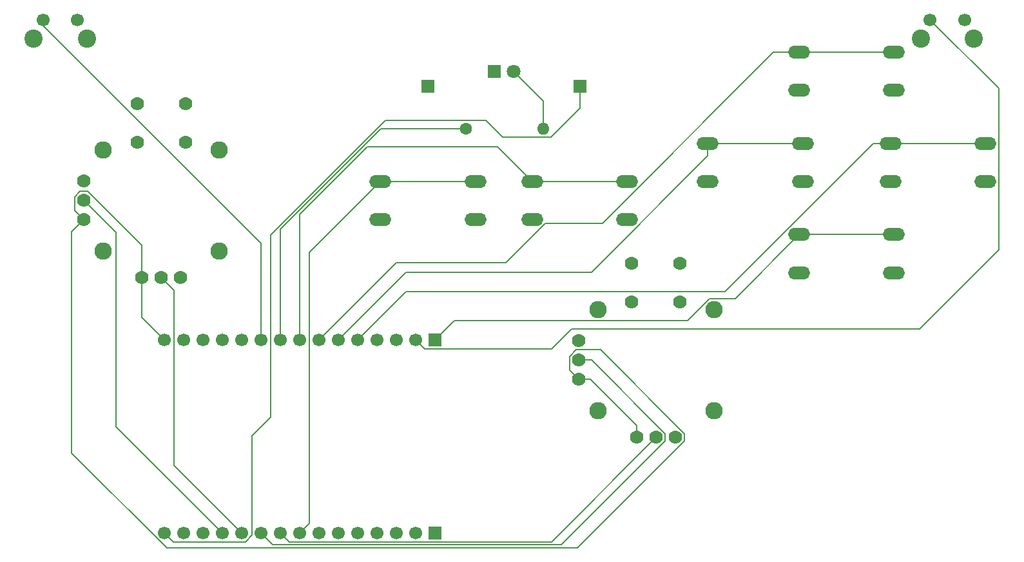
<source format=gtl>
%TF.GenerationSoftware,KiCad,Pcbnew,9.0.1*%
%TF.CreationDate,2025-05-27T01:22:21+01:00*%
%TF.ProjectId,Controller,436f6e74-726f-46c6-9c65-722e6b696361,rev?*%
%TF.SameCoordinates,Original*%
%TF.FileFunction,Copper,L1,Top*%
%TF.FilePolarity,Positive*%
%FSLAX46Y46*%
G04 Gerber Fmt 4.6, Leading zero omitted, Abs format (unit mm)*
G04 Created by KiCad (PCBNEW 9.0.1) date 2025-05-27 01:22:21*
%MOMM*%
%LPD*%
G01*
G04 APERTURE LIST*
%TA.AperFunction,ComponentPad*%
%ADD10O,2.900000X1.700000*%
%TD*%
%TA.AperFunction,ComponentPad*%
%ADD11R,1.700000X1.700000*%
%TD*%
%TA.AperFunction,ComponentPad*%
%ADD12C,1.700000*%
%TD*%
%TA.AperFunction,ComponentPad*%
%ADD13C,2.400000*%
%TD*%
%TA.AperFunction,ComponentPad*%
%ADD14C,1.778000*%
%TD*%
%TA.AperFunction,ComponentPad*%
%ADD15C,2.286000*%
%TD*%
%TA.AperFunction,ComponentPad*%
%ADD16R,1.800000X1.800000*%
%TD*%
%TA.AperFunction,ComponentPad*%
%ADD17C,1.800000*%
%TD*%
%TA.AperFunction,ComponentPad*%
%ADD18C,1.600000*%
%TD*%
%TA.AperFunction,ComponentPad*%
%ADD19O,1.600000X1.600000*%
%TD*%
%TA.AperFunction,Conductor*%
%ADD20C,0.200000*%
%TD*%
G04 APERTURE END LIST*
D10*
%TO.P,SW8,1,1*%
%TO.N,/D25*%
X152829452Y-65520108D03*
X165329452Y-65520108D03*
%TO.P,SW8,2,2*%
%TO.N,/GND*%
X152829452Y-70520108D03*
X165329452Y-70520108D03*
%TD*%
D11*
%TO.P,J5,1,Pin_1*%
%TO.N,/D23*%
X160020000Y-86360000D03*
D12*
%TO.P,J5,2,Pin_2*%
%TO.N,/D22*%
X157480000Y-86360000D03*
%TO.P,J5,3,Pin_3*%
%TO.N,/TX0*%
X154940000Y-86360000D03*
%TO.P,J5,4,Pin_4*%
%TO.N,/RX0*%
X152400000Y-86360000D03*
%TO.P,J5,5,Pin_5*%
%TO.N,/D21*%
X149860000Y-86360000D03*
%TO.P,J5,6,Pin_6*%
%TO.N,/D19*%
X147320000Y-86360000D03*
%TO.P,J5,7,Pin_7*%
%TO.N,/D18*%
X144780000Y-86360000D03*
%TO.P,J5,8,Pin_8*%
%TO.N,/D5*%
X142240000Y-86360000D03*
%TO.P,J5,9,Pin_9*%
%TO.N,/D17*%
X139700000Y-86360000D03*
%TO.P,J5,10,Pin_10*%
%TO.N,/D16*%
X137160000Y-86360000D03*
%TO.P,J5,11,Pin_11*%
%TO.N,/D4*%
X134620000Y-86360000D03*
%TO.P,J5,12,Pin_12*%
%TO.N,/D2*%
X132080000Y-86360000D03*
%TO.P,J5,13,Pin_13*%
%TO.N,/D15*%
X129540000Y-86360000D03*
%TO.P,J5,14,Pin_14*%
%TO.N,/GND*%
X127000000Y-86360000D03*
%TO.P,J5,15,Pin_15*%
%TO.N,/3V3*%
X124460000Y-86360000D03*
%TD*%
D11*
%TO.P,J2,1,Pin_1*%
%TO.N,/EN*%
X160020000Y-111760000D03*
D12*
%TO.P,J2,2,Pin_2*%
%TO.N,/VP*%
X157480000Y-111760000D03*
%TO.P,J2,3,Pin_3*%
%TO.N,/VN*%
X154940000Y-111760000D03*
%TO.P,J2,4,Pin_4*%
%TO.N,/D34*%
X152400000Y-111760000D03*
%TO.P,J2,5,Pin_5*%
%TO.N,/D35*%
X149860000Y-111760000D03*
%TO.P,J2,6,Pin_6*%
%TO.N,/D32*%
X147320000Y-111760000D03*
%TO.P,J2,7,Pin_7*%
%TO.N,/D33*%
X144780000Y-111760000D03*
%TO.P,J2,8,Pin_8*%
%TO.N,/D25*%
X142240000Y-111760000D03*
%TO.P,J2,9,Pin_9*%
%TO.N,/D26*%
X139700000Y-111760000D03*
%TO.P,J2,10,Pin_10*%
%TO.N,/D27*%
X137160000Y-111760000D03*
%TO.P,J2,11,Pin_11*%
%TO.N,/D14*%
X134620000Y-111760000D03*
%TO.P,J2,12,Pin_12*%
%TO.N,/D12*%
X132080000Y-111760000D03*
%TO.P,J2,13,Pin_13*%
%TO.N,/D13*%
X129540000Y-111760000D03*
%TO.P,J2,14,Pin_14*%
%TO.N,/GND*%
X127000000Y-111760000D03*
%TO.P,J2,15,Pin_15*%
%TO.N,/VIN*%
X124460000Y-111760000D03*
%TD*%
D13*
%TO.P,SW5,*%
%TO.N,*%
X223829999Y-46755000D03*
X230829999Y-46755000D03*
D12*
%TO.P,SW5,1,1*%
%TO.N,/D22*%
X225079999Y-44255000D03*
%TO.P,SW5,2,2*%
%TO.N,/GND*%
X229579999Y-44255000D03*
%TD*%
D10*
%TO.P,SW3,1,1*%
%TO.N,/D23*%
X207844180Y-72520108D03*
X220344180Y-72520108D03*
%TO.P,SW3,2,2*%
%TO.N,/GND*%
X207844180Y-77520108D03*
X220344180Y-77520108D03*
%TD*%
%TO.P,SW4,1,1*%
%TO.N,/D19*%
X195844180Y-60520108D03*
X208344180Y-60520108D03*
%TO.P,SW4,2,2*%
%TO.N,/GND*%
X195844180Y-65520108D03*
X208344180Y-65520108D03*
%TD*%
D14*
%TO.P,RV2,1,1*%
%TO.N,/GND*%
X178895452Y-86480108D03*
%TO.P,RV2,2,2*%
%TO.N,/D27*%
X178895452Y-89020108D03*
%TO.P,RV2,3,3*%
%TO.N,/3V3*%
X178895452Y-91560108D03*
%TO.P,RV2,4,4*%
X186515452Y-99180108D03*
%TO.P,RV2,5,5*%
%TO.N,/D26*%
X189055452Y-99180108D03*
%TO.P,RV2,6,6*%
%TO.N,/GND*%
X191595452Y-99180108D03*
%TO.P,RV2,B1A*%
%TO.N,N/C*%
X185880452Y-76320108D03*
%TO.P,RV2,B1B*%
X192230452Y-76320108D03*
%TO.P,RV2,B2A*%
X185880452Y-81400108D03*
%TO.P,RV2,B2B*%
X192230452Y-81400108D03*
D15*
%TO.P,RV2,MOUN*%
X181435452Y-82352608D03*
X181435452Y-95687608D03*
X196675452Y-82352608D03*
X196675452Y-95687608D03*
%TD*%
D13*
%TO.P,SW6,*%
%TO.N,*%
X107275452Y-46755000D03*
X114275452Y-46755000D03*
D12*
%TO.P,SW6,1,1*%
%TO.N,/D16*%
X108525452Y-44255000D03*
%TO.P,SW6,2,2*%
%TO.N,/GND*%
X113025452Y-44255000D03*
%TD*%
D11*
%TO.P,J3,1,Pin_1*%
%TO.N,/VIN*%
X179055452Y-53020108D03*
%TD*%
D14*
%TO.P,RV1,1,1*%
%TO.N,/GND*%
X113895452Y-65480108D03*
%TO.P,RV1,2,2*%
%TO.N,/D12*%
X113895452Y-68020108D03*
%TO.P,RV1,3,3*%
%TO.N,/3V3*%
X113895452Y-70560108D03*
%TO.P,RV1,4,4*%
X121515452Y-78180108D03*
%TO.P,RV1,5,5*%
%TO.N,/D14*%
X124055452Y-78180108D03*
%TO.P,RV1,6,6*%
%TO.N,/GND*%
X126595452Y-78180108D03*
%TO.P,RV1,B1A*%
%TO.N,N/C*%
X120880452Y-55320108D03*
%TO.P,RV1,B1B*%
X127230452Y-55320108D03*
%TO.P,RV1,B2A*%
X120880452Y-60400108D03*
%TO.P,RV1,B2B*%
X127230452Y-60400108D03*
D15*
%TO.P,RV1,MOUN*%
X116435452Y-61352608D03*
X116435452Y-74687608D03*
X131675452Y-61352608D03*
X131675452Y-74687608D03*
%TD*%
D16*
%TO.P,D1,1,K*%
%TO.N,/GND*%
X167805729Y-51087338D03*
D17*
%TO.P,D1,2,A*%
%TO.N,Net-(D1-A)*%
X170345729Y-51087338D03*
%TD*%
D10*
%TO.P,SW2,1,1*%
%TO.N,/D21*%
X219844180Y-60520108D03*
X232344180Y-60520108D03*
%TO.P,SW2,2,2*%
%TO.N,/GND*%
X219844180Y-65520108D03*
X232344180Y-65520108D03*
%TD*%
D18*
%TO.P,R1,1*%
%TO.N,/D17*%
X164055729Y-58587338D03*
D19*
%TO.P,R1,2*%
%TO.N,Net-(D1-A)*%
X174215729Y-58587338D03*
%TD*%
D10*
%TO.P,SW7,1,1*%
%TO.N,/D5*%
X172781452Y-65520108D03*
X185281452Y-65520108D03*
%TO.P,SW7,2,2*%
%TO.N,/GND*%
X172781452Y-70520108D03*
X185281452Y-70520108D03*
%TD*%
D11*
%TO.P,J1,1,Pin_1*%
%TO.N,/GND*%
X159055452Y-53020108D03*
%TD*%
D10*
%TO.P,SW1,1,1*%
%TO.N,/D18*%
X207844180Y-48520108D03*
X220344180Y-48520108D03*
%TO.P,SW1,2,2*%
%TO.N,/GND*%
X207844180Y-53520108D03*
X220344180Y-53520108D03*
%TD*%
D20*
%TO.N,Net-(D1-A)*%
X174215729Y-58587338D02*
X174215729Y-54957338D01*
X174215729Y-54957338D02*
X170345729Y-51087338D01*
%TO.N,/D22*%
X178000892Y-84889108D02*
X223720892Y-84889108D01*
X158631000Y-87511000D02*
X175379000Y-87511000D01*
X175379000Y-87511000D02*
X178000892Y-84889108D01*
X234095180Y-74514820D02*
X234095180Y-53270181D01*
X223720892Y-84889108D02*
X234095180Y-74514820D01*
X234095180Y-53270181D02*
X225079999Y-44255000D01*
X157480000Y-86360000D02*
X158631000Y-87511000D01*
%TO.N,/3V3*%
X121515452Y-78180108D02*
X121515452Y-83415452D01*
X192785452Y-99673023D02*
X178745475Y-113713000D01*
X121515452Y-78180108D02*
X121515452Y-73957193D01*
X178895452Y-91560108D02*
X177705452Y-90370108D01*
X181768367Y-87670108D02*
X192785452Y-98687193D01*
X112304452Y-72151108D02*
X113895452Y-70560108D01*
X124785240Y-113713000D02*
X112304452Y-101232212D01*
X178895452Y-91560108D02*
X180460108Y-91560108D01*
X178562537Y-87670108D02*
X181768367Y-87670108D01*
X121515452Y-73957193D02*
X114388367Y-66830108D01*
X178745475Y-113713000D02*
X124785240Y-113713000D01*
X186515452Y-97615452D02*
X186515452Y-99180108D01*
X177705452Y-88527193D02*
X178562537Y-87670108D01*
X113402537Y-66830108D02*
X112705452Y-67527193D01*
X112705452Y-69370108D02*
X113895452Y-70560108D01*
X121515452Y-83415452D02*
X124460000Y-86360000D01*
X177705452Y-90370108D02*
X177705452Y-88527193D01*
X112304452Y-101232212D02*
X112304452Y-72151108D01*
X112705452Y-67527193D02*
X112705452Y-69370108D01*
X114388367Y-66830108D02*
X113402537Y-66830108D01*
X180460108Y-91560108D02*
X186515452Y-97615452D01*
X192785452Y-98687193D02*
X192785452Y-99673023D01*
%TO.N,/D21*%
X219844180Y-60520108D02*
X217616420Y-60520108D01*
X156202924Y-80017076D02*
X149860000Y-86360000D01*
X219844180Y-60520108D02*
X232344180Y-60520108D01*
X198119452Y-80017076D02*
X156202924Y-80017076D01*
X217616420Y-60520108D02*
X198119452Y-80017076D01*
%TO.N,/D18*%
X154940000Y-76200000D02*
X144780000Y-86360000D01*
X169329320Y-76200000D02*
X154940000Y-76200000D01*
X207844180Y-48520108D02*
X204509212Y-48520108D01*
X207844180Y-48520108D02*
X220344180Y-48520108D01*
X204509212Y-48520108D02*
X182032452Y-70996868D01*
X174532452Y-70996868D02*
X169329320Y-76200000D01*
X182032452Y-70996868D02*
X174532452Y-70996868D01*
%TO.N,/D16*%
X137160000Y-73660000D02*
X137160000Y-86360000D01*
X108555452Y-45055452D02*
X137160000Y-73660000D01*
X108555452Y-44255000D02*
X108555452Y-45055452D01*
%TO.N,/D5*%
X168221344Y-60960000D02*
X151130000Y-60960000D01*
X172781452Y-65520108D02*
X168221344Y-60960000D01*
X151130000Y-60960000D02*
X142240000Y-69850000D01*
X142240000Y-69850000D02*
X142240000Y-86360000D01*
X172781452Y-65520108D02*
X185281452Y-65520108D01*
%TO.N,/D23*%
X207844180Y-72520108D02*
X220344180Y-72520108D01*
X160020000Y-86360000D02*
X162583392Y-83796608D01*
X196077327Y-80908608D02*
X199455680Y-80908608D01*
X193189327Y-83796608D02*
X196077327Y-80908608D01*
X199455680Y-80908608D02*
X207844180Y-72520108D01*
X162583392Y-83796608D02*
X193189327Y-83796608D01*
%TO.N,/D19*%
X195844180Y-60520108D02*
X208344180Y-60520108D01*
X195844180Y-62185140D02*
X180559320Y-77470000D01*
X156210000Y-77470000D02*
X147320000Y-86360000D01*
X195844180Y-60520108D02*
X195844180Y-62185140D01*
X180559320Y-77470000D02*
X156210000Y-77470000D01*
%TO.N,/D17*%
X139700000Y-71822900D02*
X139700000Y-86360000D01*
X164055729Y-58587338D02*
X152935562Y-58587338D01*
X152935562Y-58587338D02*
X139700000Y-71822900D01*
%TO.N,/D14*%
X124055452Y-78180108D02*
X125730000Y-79854656D01*
X125730000Y-79854656D02*
X125730000Y-102870000D01*
X125730000Y-102870000D02*
X134620000Y-111760000D01*
%TO.N,/D26*%
X175324560Y-112911000D02*
X140851000Y-112911000D01*
X189055452Y-99180108D02*
X175324560Y-112911000D01*
X140851000Y-112911000D02*
X139700000Y-111760000D01*
%TO.N,/D12*%
X113895452Y-68020108D02*
X118110000Y-72234656D01*
X118110000Y-72234656D02*
X118110000Y-97790000D01*
X118110000Y-97790000D02*
X132080000Y-111760000D01*
%TO.N,/D27*%
X190245452Y-99673023D02*
X176606475Y-113312000D01*
X176606475Y-113312000D02*
X138712000Y-113312000D01*
X178895452Y-89020108D02*
X180578367Y-89020108D01*
X138712000Y-113312000D02*
X137160000Y-111760000D01*
X190245452Y-98687193D02*
X190245452Y-99673023D01*
X180578367Y-89020108D02*
X190245452Y-98687193D01*
%TO.N,/VIN*%
X135096760Y-112911000D02*
X136009000Y-111998760D01*
X125611000Y-112911000D02*
X135096760Y-112911000D01*
X136009000Y-111998760D02*
X136009000Y-98941000D01*
X138430000Y-72525800D02*
X138430000Y-96520000D01*
X168910000Y-59690000D02*
X175260000Y-59690000D01*
X153469462Y-57486338D02*
X166706338Y-57486338D01*
X136009000Y-98941000D02*
X138430000Y-96520000D01*
X138430000Y-72525800D02*
X153469462Y-57486338D01*
X179055452Y-55894548D02*
X179055452Y-53020108D01*
X166706338Y-57486338D02*
X168910000Y-59690000D01*
X175260000Y-59690000D02*
X179055452Y-55894548D01*
X124460000Y-111760000D02*
X125611000Y-112911000D01*
%TO.N,/D25*%
X165329452Y-65520108D02*
X152829452Y-65520108D01*
X143510000Y-74839560D02*
X143510000Y-110490000D01*
X143510000Y-110490000D02*
X142240000Y-111760000D01*
X152829452Y-65520108D02*
X143510000Y-74839560D01*
%TD*%
M02*

</source>
